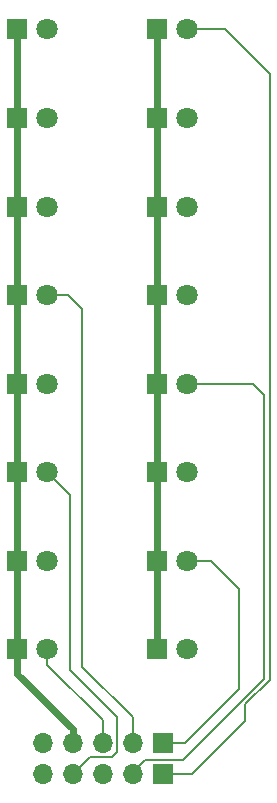
<source format=gbr>
%TF.GenerationSoftware,KiCad,Pcbnew,8.0.6*%
%TF.CreationDate,2025-02-23T20:14:05-07:00*%
%TF.ProjectId,Dash Indicators (Right),44617368-2049-46e6-9469-6361746f7273,rev?*%
%TF.SameCoordinates,Original*%
%TF.FileFunction,Copper,L1,Top*%
%TF.FilePolarity,Positive*%
%FSLAX46Y46*%
G04 Gerber Fmt 4.6, Leading zero omitted, Abs format (unit mm)*
G04 Created by KiCad (PCBNEW 8.0.6) date 2025-02-23 20:14:05*
%MOMM*%
%LPD*%
G01*
G04 APERTURE LIST*
%TA.AperFunction,ComponentPad*%
%ADD10R,1.800000X1.800000*%
%TD*%
%TA.AperFunction,ComponentPad*%
%ADD11C,1.800000*%
%TD*%
%TA.AperFunction,ComponentPad*%
%ADD12R,1.700000X1.700000*%
%TD*%
%TA.AperFunction,ComponentPad*%
%ADD13O,1.700000X1.700000*%
%TD*%
%TA.AperFunction,Conductor*%
%ADD14C,0.200000*%
%TD*%
%TA.AperFunction,Conductor*%
%ADD15C,0.600000*%
%TD*%
G04 APERTURE END LIST*
D10*
%TO.P,D13,1,K*%
%TO.N,C0*%
X85725000Y-64850000D03*
D11*
%TO.P,D13,2,A*%
%TO.N,A6*%
X88265000Y-64850000D03*
%TD*%
D10*
%TO.P,D8,1,K*%
%TO.N,C1*%
X97525000Y-79850000D03*
D11*
%TO.P,D8,2,A*%
%TO.N,A3*%
X100065000Y-79850000D03*
%TD*%
D10*
%TO.P,D3,1,K*%
%TO.N,C0*%
X85725000Y-72350000D03*
D11*
%TO.P,D3,2,A*%
%TO.N,A1*%
X88265000Y-72350000D03*
%TD*%
D10*
%TO.P,D14,1,K*%
%TO.N,C1*%
X97525000Y-64850000D03*
D11*
%TO.P,D14,2,A*%
%TO.N,A6*%
X100065000Y-64850000D03*
%TD*%
D10*
%TO.P,D16,1,K*%
%TO.N,C1*%
X97525000Y-94850000D03*
D11*
%TO.P,D16,2,A*%
%TO.N,A7*%
X100065000Y-94850000D03*
%TD*%
D10*
%TO.P,D4,1,K*%
%TO.N,C1*%
X97525000Y-72350000D03*
D11*
%TO.P,D4,2,A*%
%TO.N,A1*%
X100065000Y-72350000D03*
%TD*%
D10*
%TO.P,D10,1,K*%
%TO.N,C1*%
X97525000Y-57350000D03*
D11*
%TO.P,D10,2,A*%
%TO.N,A4*%
X100065000Y-57350000D03*
%TD*%
D10*
%TO.P,D9,1,K*%
%TO.N,C0*%
X85725000Y-57350000D03*
D11*
%TO.P,D9,2,A*%
%TO.N,A4*%
X88265000Y-57350000D03*
%TD*%
D10*
%TO.P,D11,1,K*%
%TO.N,C0*%
X85725000Y-87350000D03*
D11*
%TO.P,D11,2,A*%
%TO.N,A5*%
X88265000Y-87350000D03*
%TD*%
D10*
%TO.P,D2,1,K*%
%TO.N,C1*%
X97525000Y-42350000D03*
D11*
%TO.P,D2,2,A*%
%TO.N,A0*%
X100065000Y-42350000D03*
%TD*%
D10*
%TO.P,D12,1,K*%
%TO.N,C1*%
X97525000Y-87350000D03*
D11*
%TO.P,D12,2,A*%
%TO.N,A5*%
X100065000Y-87350000D03*
%TD*%
D10*
%TO.P,D15,1,K*%
%TO.N,C0*%
X85725000Y-94850000D03*
D11*
%TO.P,D15,2,A*%
%TO.N,A7*%
X88265000Y-94850000D03*
%TD*%
D10*
%TO.P,D1,1,K*%
%TO.N,C0*%
X85725000Y-42350000D03*
D11*
%TO.P,D1,2,A*%
%TO.N,A0*%
X88265000Y-42350000D03*
%TD*%
D10*
%TO.P,D7,1,K*%
%TO.N,C0*%
X85725000Y-79850000D03*
D11*
%TO.P,D7,2,A*%
%TO.N,A3*%
X88265000Y-79850000D03*
%TD*%
D10*
%TO.P,D5,1,K*%
%TO.N,C0*%
X85725000Y-49850000D03*
D11*
%TO.P,D5,2,A*%
%TO.N,A2*%
X88265000Y-49850000D03*
%TD*%
D10*
%TO.P,D6,1,K*%
%TO.N,C1*%
X97525000Y-49850000D03*
D11*
%TO.P,D6,2,A*%
%TO.N,A2*%
X100065000Y-49850000D03*
%TD*%
D12*
%TO.P,J1-A1,1,Pin_1*%
%TO.N,A0*%
X98040000Y-105380000D03*
D13*
%TO.P,J1-A1,2,Pin_2*%
%TO.N,A1*%
X95500000Y-105380000D03*
%TO.P,J1-A1,3,Pin_3*%
%TO.N,A2*%
X92960000Y-105380000D03*
%TO.P,J1-A1,4,Pin_4*%
%TO.N,A3*%
X90420000Y-105380000D03*
%TO.P,J1-A1,5,Pin_5*%
%TO.N,A4*%
X87880000Y-105380000D03*
%TD*%
D12*
%TO.P,J1-B1,1,Pin_1*%
%TO.N,A5*%
X98040000Y-102800000D03*
D13*
%TO.P,J1-B1,2,Pin_2*%
%TO.N,A6*%
X95500000Y-102800000D03*
%TO.P,J1-B1,3,Pin_3*%
%TO.N,A7*%
X92960000Y-102800000D03*
%TO.P,J1-B1,4,Pin_4*%
%TO.N,C0*%
X90420000Y-102800000D03*
%TO.P,J1-B1,5,Pin_5*%
%TO.N,C1*%
X87880000Y-102800000D03*
%TD*%
D14*
%TO.N,A0*%
X107100000Y-97400000D02*
X107100000Y-46100000D01*
X107100000Y-46100000D02*
X103350000Y-42350000D01*
X103350000Y-42350000D02*
X100065000Y-42350000D01*
X105000000Y-100870000D02*
X105000000Y-99500000D01*
X105000000Y-99500000D02*
X107100000Y-97400000D01*
X100490000Y-105380000D02*
X105000000Y-100870000D01*
X98040000Y-105380000D02*
X100490000Y-105380000D01*
D15*
%TO.N,C0*%
X85725000Y-72350000D02*
X85725000Y-79850000D01*
X85725000Y-96925000D02*
X90420000Y-101620000D01*
X85725000Y-87350000D02*
X85725000Y-94850000D01*
X85725000Y-42350000D02*
X85725000Y-49850000D01*
X90420000Y-101620000D02*
X90420000Y-102800000D01*
X85725000Y-79850000D02*
X85725000Y-87350000D01*
X85725000Y-64850000D02*
X85725000Y-72350000D01*
X85725000Y-94850000D02*
X85725000Y-96925000D01*
X85725000Y-49850000D02*
X85725000Y-57350000D01*
X85725000Y-57350000D02*
X85725000Y-64850000D01*
%TO.N,C1*%
X97525000Y-79850000D02*
X97525000Y-87350000D01*
X97525000Y-87350000D02*
X97525000Y-94850000D01*
X97525000Y-57350000D02*
X97525000Y-64850000D01*
X97525000Y-42350000D02*
X97525000Y-49850000D01*
X97525000Y-49850000D02*
X97525000Y-57350000D01*
X97525000Y-64850000D02*
X97525000Y-79850000D01*
D14*
%TO.N,A1*%
X105650000Y-72350000D02*
X100065000Y-72350000D01*
X106617157Y-73317157D02*
X105650000Y-72350000D01*
X99764314Y-104170000D02*
X106617157Y-97317157D01*
X96530000Y-104170000D02*
X99764314Y-104170000D01*
X106617157Y-97317157D02*
X106617157Y-73317157D01*
X95500000Y-105200000D02*
X96530000Y-104170000D01*
%TO.N,A3*%
X90200000Y-96600000D02*
X90200000Y-81785000D01*
X91850000Y-103950000D02*
X90420000Y-105380000D01*
X90200000Y-81785000D02*
X88265000Y-79850000D01*
X93750000Y-103950000D02*
X91850000Y-103950000D01*
X94200000Y-103500000D02*
X93750000Y-103950000D01*
X94200000Y-100600000D02*
X90200000Y-96600000D01*
X94200000Y-103500000D02*
X94200000Y-100600000D01*
%TO.N,A5*%
X104500000Y-98200000D02*
X104500000Y-89700000D01*
X99900000Y-102800000D02*
X104500000Y-98200000D01*
X102150000Y-87350000D02*
X100065000Y-87350000D01*
X104500000Y-89700000D02*
X102150000Y-87350000D01*
X98040000Y-102800000D02*
X99900000Y-102800000D01*
%TO.N,A6*%
X91200000Y-66000000D02*
X90050000Y-64850000D01*
X91200000Y-96300000D02*
X91200000Y-66000000D01*
X95500000Y-102800000D02*
X95500000Y-100600000D01*
X90050000Y-64850000D02*
X88265000Y-64850000D01*
X95500000Y-100600000D02*
X91200000Y-96300000D01*
%TO.N,A7*%
X88265000Y-96165000D02*
X88265000Y-94850000D01*
X92960000Y-102800000D02*
X92960000Y-100860000D01*
X92960000Y-100860000D02*
X88265000Y-96165000D01*
%TD*%
M02*

</source>
